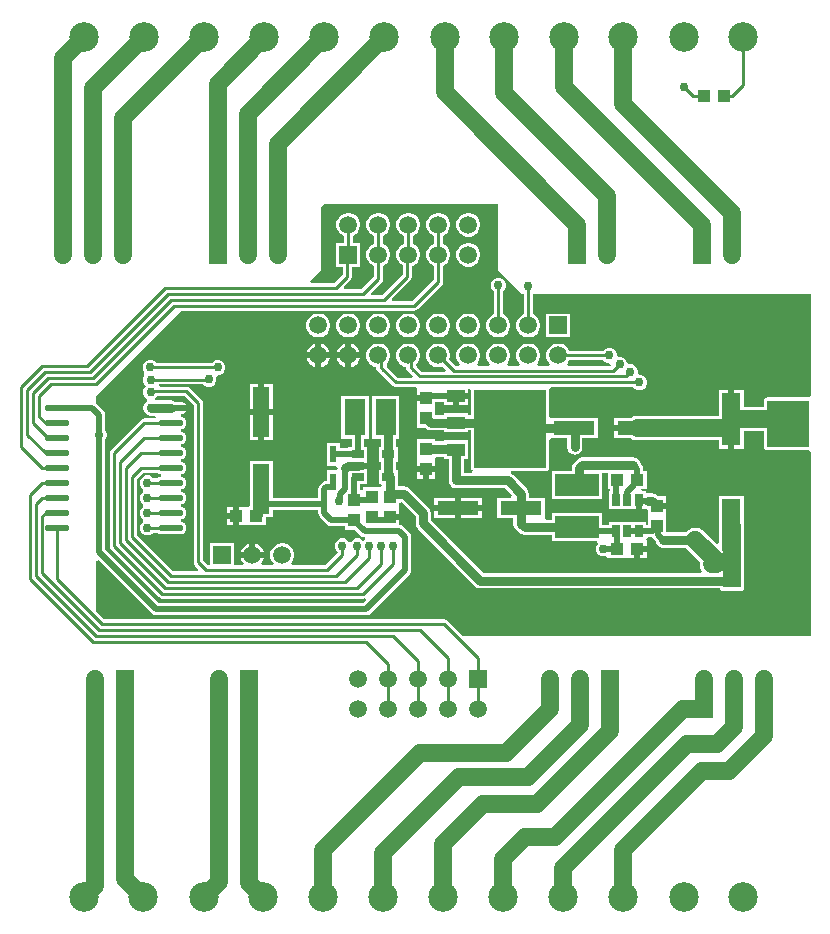
<source format=gtl>
G04*
G04 #@! TF.GenerationSoftware,Altium Limited,Altium Designer,24.5.2 (23)*
G04*
G04 Layer_Physical_Order=1*
G04 Layer_Color=255*
%FSLAX44Y44*%
%MOMM*%
G71*
G04*
G04 #@! TF.SameCoordinates,E6D3E557-3EFE-479C-B101-03A66C20DB95*
G04*
G04*
G04 #@! TF.FilePolarity,Positive*
G04*
G01*
G75*
%ADD10C,0.2540*%
%ADD18R,1.1000X1.0000*%
%ADD19R,1.6500X4.5000*%
%ADD20R,3.7000X1.9000*%
%ADD21R,0.7000X1.0000*%
%ADD22O,2.1000X0.5600*%
%ADD23R,1.5500X1.1000*%
%ADD24R,1.5500X1.1000*%
%ADD25R,1.5500X3.4500*%
%ADD26R,3.5000X1.2000*%
%ADD27R,1.1000X0.7000*%
%ADD28R,1.0000X1.1000*%
%ADD29R,1.8000X3.1200*%
%ADD30R,0.5500X1.4500*%
%ADD31R,1.4000X4.2000*%
%ADD50C,1.5240*%
%ADD51C,0.5080*%
%ADD52C,0.7620*%
%ADD53R,3.5560X3.9370*%
%ADD54R,6.0960X6.6040*%
%ADD55R,1.5240X4.8260*%
%ADD56R,1.5000X1.5000*%
%ADD57C,1.5000*%
%ADD58C,2.5000*%
%ADD59C,0.7620*%
G36*
X501863Y514047D02*
X504197Y513080D01*
X505390D01*
X506478Y511714D01*
X506651Y511046D01*
X506285Y510307D01*
X470229D01*
X469387Y512338D01*
X470314Y513265D01*
X471630Y515545D01*
X500364D01*
X501863Y514047D01*
D02*
G37*
G36*
X411480Y591820D02*
X431800Y571500D01*
X432995D01*
Y554180D01*
X430715Y552864D01*
X428846Y550995D01*
X427524Y548705D01*
X426840Y546152D01*
Y543508D01*
X427524Y540955D01*
X428846Y538665D01*
X430715Y536796D01*
X433005Y535474D01*
X435558Y534790D01*
X438202D01*
X440755Y535474D01*
X443045Y536796D01*
X444914Y538665D01*
X446236Y540955D01*
X446920Y543508D01*
Y546152D01*
X446236Y548705D01*
X444914Y550995D01*
X443045Y552864D01*
X440765Y554180D01*
Y571500D01*
X676115D01*
X676115Y485476D01*
X674547Y484078D01*
X674083Y483920D01*
X638810D01*
X637819Y483723D01*
X636979Y483161D01*
X636417Y482321D01*
X636220Y481330D01*
Y475805D01*
X619690D01*
Y490597D01*
X611440D01*
Y465557D01*
Y440517D01*
X619690D01*
Y455310D01*
X636220D01*
Y441960D01*
X636417Y440969D01*
X636979Y440129D01*
X637819Y439567D01*
X638810Y439370D01*
X674370D01*
X676115Y437814D01*
Y281940D01*
X381414D01*
X368507Y294847D01*
X367247Y295689D01*
X365760Y295985D01*
X77809D01*
X71120Y302674D01*
Y317500D01*
Y345620D01*
X72997Y346398D01*
X118258Y301138D01*
X119938Y300015D01*
X121920Y299620D01*
X299720D01*
X301702Y300015D01*
X303382Y301138D01*
X336403Y334157D01*
X337525Y335838D01*
X337920Y337820D01*
X337920Y337820D01*
Y365760D01*
X337525Y367742D01*
X336403Y369422D01*
X331323Y374502D01*
X329642Y375625D01*
X327660Y376020D01*
X327580D01*
Y380120D01*
X320040D01*
Y385200D01*
X327580D01*
Y389588D01*
X327580Y390700D01*
X327580Y392732D01*
Y394678D01*
X329612Y395292D01*
X341506Y383398D01*
Y377190D01*
X341998Y374712D01*
X343402Y372612D01*
X391775Y324239D01*
X393875Y322835D01*
X396353Y322342D01*
X599437D01*
X599587Y321589D01*
X600149Y320749D01*
X600989Y320187D01*
X601980Y319990D01*
X617220D01*
X618211Y320187D01*
X619051Y320749D01*
X619613Y321589D01*
X619810Y322580D01*
Y342612D01*
X619848Y342900D01*
Y355956D01*
X619810Y356244D01*
Y370840D01*
X619777Y371002D01*
Y374930D01*
X619777Y374930D01*
X619690Y375596D01*
Y400600D01*
X598110D01*
Y360714D01*
X596232Y359936D01*
X585702Y370466D01*
X583580Y372095D01*
X581108Y373119D01*
X578456Y373468D01*
X575804Y373119D01*
X573332Y372095D01*
X571210Y370466D01*
X570618Y369694D01*
X553640D01*
Y381968D01*
X553640Y383080D01*
X553640Y385112D01*
Y389500D01*
X546100D01*
Y394580D01*
X553640D01*
Y400080D01*
X547216D01*
X546478Y400818D01*
X544378Y402222D01*
X541900Y402714D01*
X538399D01*
X537811Y402597D01*
X536240Y403886D01*
Y404380D01*
X533601D01*
X532500Y406412D01*
X532544Y406480D01*
X537240D01*
Y421560D01*
X534380D01*
Y423300D01*
X533985Y425282D01*
X532863Y426963D01*
X532043Y427782D01*
X531762Y429198D01*
X530358Y431298D01*
X528258Y432702D01*
X525780Y433194D01*
X482600D01*
X480122Y432702D01*
X478022Y431298D01*
X475482Y428758D01*
X474078Y426658D01*
X473586Y424180D01*
Y422030D01*
X457070D01*
Y397950D01*
X499150D01*
Y420246D01*
X504160D01*
Y406480D01*
X506021D01*
Y404380D01*
X505160D01*
Y389300D01*
X527660D01*
Y396840D01*
X532740D01*
Y389300D01*
X536240D01*
Y389300D01*
X536528Y389536D01*
X538560Y388736D01*
X538560Y384000D01*
X538560Y381968D01*
Y376020D01*
X536240D01*
Y378380D01*
X505160D01*
Y376020D01*
X499150D01*
Y386030D01*
X457070D01*
Y380464D01*
X452294D01*
X450850Y381883D01*
Y398963D01*
X437284D01*
Y402310D01*
X436792Y404788D01*
X435388Y406888D01*
X424086Y418190D01*
X421986Y419594D01*
X422363Y421590D01*
X452120D01*
X453111Y421787D01*
X453951Y422349D01*
X454513Y423189D01*
X454710Y424180D01*
Y447870D01*
X455930Y449397D01*
X469776D01*
Y441960D01*
X469900Y441335D01*
Y440697D01*
X470144Y440108D01*
X470268Y439482D01*
X470623Y438952D01*
X470867Y438363D01*
X471318Y437912D01*
X471672Y437382D01*
X472202Y437028D01*
X472653Y436577D01*
X473242Y436333D01*
X473772Y435978D01*
X474398Y435854D01*
X474987Y435610D01*
X475625D01*
X476250Y435486D01*
X476875Y435610D01*
X477513D01*
X478102Y435854D01*
X478728Y435978D01*
X479258Y436333D01*
X479847Y436577D01*
X480298Y437028D01*
X480828Y437382D01*
X481182Y437912D01*
X481633Y438363D01*
X481877Y438952D01*
X482232Y439482D01*
X482356Y440108D01*
X482600Y440697D01*
Y441335D01*
X482724Y441960D01*
Y449397D01*
X496010D01*
Y466477D01*
X455930D01*
X454710Y468003D01*
Y490220D01*
X454624Y490653D01*
X455531Y492240D01*
X455971Y492685D01*
X525764D01*
X527263Y491187D01*
X529597Y490220D01*
X532123D01*
X534457Y491187D01*
X536243Y492973D01*
X537210Y495307D01*
Y497833D01*
X536243Y500167D01*
X534457Y501953D01*
X532123Y502920D01*
X531260D01*
X529592Y504195D01*
X529590Y504797D01*
Y506723D01*
X528623Y509057D01*
X526837Y510843D01*
X524503Y511810D01*
X521977D01*
X520700Y512663D01*
Y513073D01*
X519733Y515407D01*
X517947Y517193D01*
X515613Y518160D01*
X513687D01*
X513085Y518162D01*
X511810Y519831D01*
Y520693D01*
X510843Y523027D01*
X509057Y524813D01*
X506723Y525780D01*
X504197D01*
X501863Y524813D01*
X500364Y523315D01*
X471630D01*
X470314Y525595D01*
X468445Y527464D01*
X466155Y528786D01*
X463602Y529470D01*
X460958D01*
X458405Y528786D01*
X456115Y527464D01*
X454246Y525595D01*
X452924Y523305D01*
X452240Y520752D01*
Y518108D01*
X452924Y515555D01*
X454246Y513265D01*
X455173Y512338D01*
X454331Y510307D01*
X444829D01*
X443987Y512338D01*
X444914Y513265D01*
X446236Y515555D01*
X446920Y518108D01*
Y520752D01*
X446236Y523305D01*
X444914Y525595D01*
X443045Y527464D01*
X440755Y528786D01*
X438202Y529470D01*
X435558D01*
X433005Y528786D01*
X430715Y527464D01*
X428846Y525595D01*
X427524Y523305D01*
X426840Y520752D01*
Y518108D01*
X427524Y515555D01*
X428846Y513265D01*
X429773Y512338D01*
X428931Y510307D01*
X419429D01*
X418587Y512338D01*
X419514Y513265D01*
X420836Y515555D01*
X421520Y518108D01*
Y520752D01*
X420836Y523305D01*
X419514Y525595D01*
X417645Y527464D01*
X415355Y528786D01*
X412802Y529470D01*
X410158D01*
X407605Y528786D01*
X405315Y527464D01*
X403446Y525595D01*
X402124Y523305D01*
X401440Y520752D01*
Y518108D01*
X402124Y515555D01*
X403446Y513265D01*
X404373Y512338D01*
X403531Y510307D01*
X394029D01*
X393187Y512338D01*
X394114Y513265D01*
X395436Y515555D01*
X396120Y518108D01*
Y520752D01*
X395436Y523305D01*
X394114Y525595D01*
X392245Y527464D01*
X389955Y528786D01*
X387402Y529470D01*
X384758D01*
X382205Y528786D01*
X379915Y527464D01*
X378046Y525595D01*
X376724Y523305D01*
X376040Y520752D01*
Y518108D01*
X376724Y515555D01*
X378046Y513265D01*
X378973Y512338D01*
X378131Y510307D01*
X375297D01*
X370039Y515565D01*
X370720Y518108D01*
Y520752D01*
X370036Y523305D01*
X368714Y525595D01*
X366845Y527464D01*
X364555Y528786D01*
X362002Y529470D01*
X359358D01*
X356805Y528786D01*
X354515Y527464D01*
X352646Y525595D01*
X351324Y523305D01*
X350640Y520752D01*
Y518108D01*
X351324Y515555D01*
X352646Y513265D01*
X354515Y511396D01*
X356805Y510074D01*
X359358Y509390D01*
X362002D01*
X364545Y510071D01*
X367204Y507412D01*
X366427Y505535D01*
X347049D01*
X342672Y509912D01*
X341553Y511265D01*
X342753Y512704D01*
X343314Y513265D01*
X344636Y515555D01*
X345320Y518108D01*
Y520752D01*
X344636Y523305D01*
X343314Y525595D01*
X341445Y527464D01*
X339155Y528786D01*
X336602Y529470D01*
X333958D01*
X331405Y528786D01*
X329115Y527464D01*
X327246Y525595D01*
X325924Y523305D01*
X325240Y520752D01*
Y518108D01*
X325924Y515555D01*
X327246Y513265D01*
X329115Y511396D01*
X331405Y510074D01*
X333485Y509517D01*
X333730Y508284D01*
X334572Y507024D01*
X335953Y505643D01*
X335953Y505643D01*
X339264Y502332D01*
X338487Y500455D01*
X326729D01*
X317300Y509884D01*
X317299Y512640D01*
X317353Y512704D01*
X317914Y513265D01*
X319236Y515555D01*
X319920Y518108D01*
Y520752D01*
X319236Y523305D01*
X317914Y525595D01*
X316045Y527464D01*
X313755Y528786D01*
X311202Y529470D01*
X308558D01*
X306005Y528786D01*
X303715Y527464D01*
X301846Y525595D01*
X300524Y523305D01*
X299840Y520752D01*
Y518108D01*
X300524Y515555D01*
X301846Y513265D01*
X303715Y511396D01*
X306005Y510074D01*
X308085Y509517D01*
X308330Y508284D01*
X309172Y507024D01*
X310553Y505643D01*
X310553Y505643D01*
X322373Y493823D01*
X323633Y492981D01*
X325120Y492685D01*
X341431D01*
X342980Y491520D01*
Y486020D01*
X350520D01*
Y480940D01*
X342980D01*
Y475440D01*
X342980D01*
Y474520D01*
X342980D01*
Y458440D01*
X349404D01*
X350002Y457842D01*
X352102Y456438D01*
X354580Y455946D01*
X365630D01*
Y454380D01*
X386210D01*
Y455946D01*
X388570D01*
Y424180D01*
X388767Y423189D01*
X389329Y422349D01*
X389674Y422118D01*
X389098Y420086D01*
X382394D01*
Y431380D01*
X386210D01*
Y447460D01*
X365630D01*
Y446774D01*
X358060D01*
Y448340D01*
X342980D01*
Y433372D01*
X342980Y432260D01*
X342980Y430228D01*
Y425840D01*
X350520D01*
X358060D01*
Y430228D01*
X358060Y431340D01*
Y432389D01*
X359497Y433826D01*
X365630D01*
Y431380D01*
X369446D01*
Y413612D01*
X369938Y411134D01*
X371342Y409034D01*
X373442Y407630D01*
X375920Y407138D01*
X416826D01*
X422968Y400995D01*
X422127Y398963D01*
X410770D01*
Y381883D01*
X424336D01*
Y376910D01*
X424828Y374432D01*
X426232Y372332D01*
X429152Y369412D01*
X431252Y368008D01*
X433730Y367516D01*
X457070D01*
Y361950D01*
X494876D01*
X495718Y359918D01*
X494997Y359197D01*
X494030Y356863D01*
Y354337D01*
X494997Y352003D01*
X496783Y350217D01*
X499117Y349250D01*
X501643D01*
X502128Y349451D01*
X504160Y348093D01*
Y348060D01*
X519128D01*
X520240Y348060D01*
X522272Y348060D01*
X526660D01*
Y355600D01*
X529200D01*
Y358140D01*
X537240D01*
Y361682D01*
X537240Y363140D01*
X536938Y363629D01*
X538071Y365661D01*
X541892D01*
X541899Y365662D01*
X542878Y364197D01*
X544917Y362158D01*
X545198Y360742D01*
X546602Y358642D01*
X548702Y357238D01*
X551180Y356746D01*
X570618D01*
X571210Y355974D01*
X582365Y344819D01*
X582112Y342900D01*
X582462Y340248D01*
X583485Y337776D01*
X583833Y337323D01*
X582831Y335291D01*
X399035D01*
X354454Y379872D01*
Y386080D01*
X353962Y388558D01*
X352558Y390658D01*
X336438Y406778D01*
X334338Y408182D01*
X331860Y408674D01*
X326514D01*
Y416362D01*
X326390Y416987D01*
Y422712D01*
X324824D01*
Y429631D01*
X326390D01*
Y441711D01*
X324824D01*
Y449001D01*
X327660D01*
Y485281D01*
X304580D01*
Y449001D01*
X311876D01*
Y441711D01*
X310310D01*
Y429631D01*
X311876D01*
Y422712D01*
X310310D01*
Y410632D01*
X312227D01*
X312650Y409604D01*
X311310Y407700D01*
X297260D01*
Y407126D01*
X297100Y405160D01*
X294739D01*
Y410632D01*
X300510D01*
Y420152D01*
Y423652D01*
X292470D01*
Y428732D01*
X300510D01*
Y429651D01*
Y441731D01*
X297649D01*
Y449001D01*
X301600D01*
Y485281D01*
X278520D01*
Y449001D01*
X287290D01*
Y441731D01*
X284430D01*
Y440871D01*
X277070D01*
Y445720D01*
X266490D01*
Y426140D01*
X274254D01*
X275543Y424569D01*
X275466Y424180D01*
X275543Y423791D01*
X274254Y422220D01*
X266490D01*
Y413179D01*
X265908D01*
X263926Y412785D01*
X262246Y411662D01*
X260497Y409913D01*
X259375Y408233D01*
X258981Y406251D01*
Y398880D01*
X220360D01*
Y429940D01*
X201280D01*
Y392517D01*
X199843Y391080D01*
X198580D01*
X196548Y391080D01*
X192160D01*
Y383540D01*
Y376000D01*
X196548D01*
X197660Y376000D01*
X199692Y376000D01*
X214660D01*
Y382860D01*
X220360D01*
Y388521D01*
X258981D01*
Y386080D01*
X259375Y384098D01*
X260497Y382417D01*
X266458Y376458D01*
X266458Y376457D01*
X268138Y375335D01*
X270120Y374940D01*
X270120Y374940D01*
X282020D01*
Y372080D01*
X289775D01*
X294678Y367178D01*
X296358Y366055D01*
X298340Y365661D01*
X298513D01*
X298917Y363629D01*
X298663Y363523D01*
X297180Y362040D01*
X295697Y363523D01*
X293363Y364490D01*
X290837D01*
X288503Y363523D01*
X286905Y361925D01*
X285750Y361823D01*
X284595Y361925D01*
X282997Y363523D01*
X280663Y364490D01*
X278137D01*
X275803Y363523D01*
X274017Y361737D01*
X273050Y359403D01*
Y356877D01*
X274017Y354543D01*
X275515Y353044D01*
Y352129D01*
X265091Y341705D01*
X236857D01*
X236015Y343737D01*
X236634Y344355D01*
X237956Y346645D01*
X238640Y349198D01*
Y351842D01*
X237956Y354395D01*
X236634Y356685D01*
X234765Y358554D01*
X232475Y359876D01*
X229922Y360560D01*
X227278D01*
X224725Y359876D01*
X222435Y358554D01*
X220566Y356685D01*
X219244Y354395D01*
X218560Y351842D01*
Y349198D01*
X219244Y346645D01*
X220566Y344355D01*
X221185Y343737D01*
X220343Y341705D01*
X211457D01*
X210615Y343737D01*
X211234Y344355D01*
X212556Y346645D01*
X212914Y347980D01*
X193486D01*
X193844Y346645D01*
X195166Y344355D01*
X195785Y343737D01*
X194943Y341705D01*
X187840D01*
Y360560D01*
X167760D01*
Y341705D01*
X165439D01*
X161365Y345779D01*
Y478790D01*
X161069Y480277D01*
X160227Y481537D01*
X150067Y491697D01*
X148807Y492539D01*
X147320Y492835D01*
X125257D01*
X124171Y494867D01*
X124308Y495071D01*
X161429D01*
X162773Y493727D01*
X165107Y492760D01*
X167633D01*
X169967Y493727D01*
X171753Y495513D01*
X172720Y497847D01*
Y500373D01*
X172461Y500998D01*
X173864Y502920D01*
X175253D01*
X177587Y503887D01*
X179373Y505673D01*
X180340Y508007D01*
Y510533D01*
X179373Y512867D01*
X177587Y514653D01*
X175253Y515620D01*
X172727D01*
X170393Y514653D01*
X168894Y513155D01*
X121936D01*
X120437Y514653D01*
X118103Y515620D01*
X115577D01*
X113243Y514653D01*
X111457Y512867D01*
X110490Y510533D01*
Y508007D01*
X111457Y505673D01*
X111812Y505317D01*
X111813Y502447D01*
X111765Y502399D01*
X110798Y500065D01*
Y497539D01*
X111765Y495205D01*
X113248Y493722D01*
X111765Y492239D01*
X110798Y489905D01*
Y487379D01*
X111765Y485045D01*
X113551Y483259D01*
X114282Y482956D01*
X114460Y482042D01*
X114332Y480736D01*
X112570Y479558D01*
X111167Y477458D01*
X110674Y474980D01*
X111167Y472502D01*
X112570Y470402D01*
X114670Y468998D01*
X117148Y468506D01*
X120421D01*
X121444Y466474D01*
X121215Y466165D01*
X111760D01*
X110273Y465869D01*
X109013Y465027D01*
X83613Y439627D01*
X82771Y438367D01*
X82475Y436880D01*
Y358140D01*
X82771Y356653D01*
X83613Y355393D01*
X124253Y314753D01*
X125513Y313911D01*
X127000Y313615D01*
X297180D01*
X298667Y313911D01*
X299859Y312264D01*
X297575Y309979D01*
X124065D01*
X78840Y355205D01*
Y448319D01*
X79043Y448523D01*
X80010Y450857D01*
Y453383D01*
X79043Y455717D01*
X78840Y455921D01*
Y468630D01*
X78445Y470612D01*
X77323Y472293D01*
X71120Y478495D01*
Y485140D01*
X143435Y557455D01*
X340360Y557455D01*
X341847Y557751D01*
X343107Y558593D01*
X363427Y578913D01*
X364269Y580173D01*
X364565Y581660D01*
Y595246D01*
X366845Y596562D01*
X368714Y598432D01*
X370036Y600721D01*
X370720Y603274D01*
Y605918D01*
X370036Y608471D01*
X368714Y610761D01*
X366845Y612630D01*
X364565Y613947D01*
Y620646D01*
X366845Y621962D01*
X368714Y623831D01*
X370036Y626121D01*
X370720Y628674D01*
Y631318D01*
X370036Y633871D01*
X368714Y636161D01*
X366845Y638030D01*
X364555Y639352D01*
X362002Y640036D01*
X359358D01*
X356805Y639352D01*
X354515Y638030D01*
X352646Y636161D01*
X351324Y633871D01*
X350640Y631318D01*
Y628674D01*
X351324Y626121D01*
X352646Y623831D01*
X354515Y621962D01*
X356795Y620646D01*
Y613947D01*
X354515Y612630D01*
X352646Y610761D01*
X351324Y608471D01*
X350640Y605918D01*
Y603274D01*
X351324Y600721D01*
X352646Y598432D01*
X354515Y596562D01*
X356795Y595246D01*
Y583269D01*
X338751Y565225D01*
X321913D01*
X321136Y567102D01*
X337068Y583035D01*
X337910Y584295D01*
X338206Y585782D01*
Y594986D01*
X339155Y595240D01*
X341445Y596562D01*
X343314Y598432D01*
X344636Y600721D01*
X345320Y603274D01*
Y605918D01*
X344636Y608471D01*
X343314Y610761D01*
X341445Y612630D01*
X339165Y613947D01*
Y620646D01*
X341445Y621962D01*
X343314Y623831D01*
X344636Y626121D01*
X345320Y628674D01*
Y631318D01*
X344636Y633871D01*
X343314Y636161D01*
X341445Y638030D01*
X339155Y639352D01*
X336602Y640036D01*
X333958D01*
X331405Y639352D01*
X329115Y638030D01*
X327246Y636161D01*
X325924Y633871D01*
X325240Y631318D01*
Y628674D01*
X325924Y626121D01*
X327246Y623831D01*
X329115Y621962D01*
X331395Y620646D01*
Y613947D01*
X329115Y612630D01*
X327246Y610761D01*
X325924Y608471D01*
X325240Y605918D01*
Y603274D01*
X325924Y600721D01*
X327246Y598432D01*
X329115Y596562D01*
X330437Y595799D01*
Y587391D01*
X313351Y570305D01*
X304133D01*
X303356Y572182D01*
X312627Y581453D01*
X313469Y582713D01*
X313765Y584200D01*
Y595246D01*
X316045Y596562D01*
X317914Y598432D01*
X319236Y600721D01*
X319920Y603274D01*
Y605918D01*
X319236Y608471D01*
X317914Y610761D01*
X316045Y612630D01*
X313765Y613947D01*
Y620646D01*
X316045Y621962D01*
X317914Y623831D01*
X319236Y626121D01*
X319920Y628674D01*
Y631318D01*
X319236Y633871D01*
X317914Y636161D01*
X316045Y638030D01*
X313755Y639352D01*
X311202Y640036D01*
X308558D01*
X306005Y639352D01*
X303715Y638030D01*
X301846Y636161D01*
X300524Y633871D01*
X299840Y631318D01*
Y628674D01*
X300524Y626121D01*
X301846Y623831D01*
X303715Y621962D01*
X305995Y620646D01*
Y613947D01*
X303715Y612630D01*
X301846Y610761D01*
X300524Y608471D01*
X299840Y605918D01*
Y603274D01*
X300524Y600721D01*
X301846Y598432D01*
X303715Y596562D01*
X305995Y595246D01*
Y585809D01*
X295571Y575385D01*
X281273D01*
X280496Y577262D01*
X286268Y583035D01*
X287111Y584295D01*
X287406Y585782D01*
Y594556D01*
X294520D01*
Y614636D01*
X288365D01*
Y620646D01*
X290645Y621962D01*
X292514Y623831D01*
X293836Y626121D01*
X294520Y628674D01*
Y631318D01*
X293836Y633871D01*
X292514Y636161D01*
X290645Y638030D01*
X288355Y639352D01*
X285802Y640036D01*
X283158D01*
X280605Y639352D01*
X278315Y638030D01*
X276446Y636161D01*
X275124Y633871D01*
X274440Y631318D01*
Y628674D01*
X275124Y626121D01*
X276446Y623831D01*
X278315Y621962D01*
X280595Y620646D01*
Y614636D01*
X274440D01*
Y594556D01*
X279637D01*
Y587391D01*
X272711Y580465D01*
X252920D01*
X252142Y582342D01*
X261620Y591820D01*
Y645160D01*
X264160Y647700D01*
X411480D01*
Y591820D01*
D02*
G37*
G36*
X387111Y490776D02*
X388570Y489363D01*
Y468894D01*
X386210D01*
Y470460D01*
X365630D01*
Y468894D01*
X358060D01*
Y474520D01*
X358060D01*
Y475440D01*
X358060D01*
Y480240D01*
X365630D01*
Y477380D01*
X373380D01*
Y485420D01*
X375920D01*
Y487960D01*
X386210D01*
Y490838D01*
X386644Y490954D01*
X387111Y490776D01*
D02*
G37*
G36*
X153595Y477181D02*
Y344170D01*
X153891Y342683D01*
X154733Y341423D01*
X157654Y338502D01*
X156877Y336625D01*
X136229D01*
X105485Y367369D01*
Y414951D01*
X110829Y420295D01*
X122782D01*
X124496Y419150D01*
X125924Y418866D01*
Y416794D01*
X124496Y416510D01*
X122782Y415365D01*
X119396D01*
X117897Y416863D01*
X115563Y417830D01*
X113037D01*
X110703Y416863D01*
X108917Y415077D01*
X107950Y412743D01*
Y410217D01*
X108917Y407883D01*
X110515Y406285D01*
X110617Y405130D01*
X110515Y403975D01*
X108917Y402377D01*
X107950Y400043D01*
Y397517D01*
X108917Y395183D01*
X110515Y393585D01*
X110617Y392430D01*
X110515Y391275D01*
X108917Y389677D01*
X107950Y387343D01*
Y384817D01*
X108917Y382483D01*
X110515Y380885D01*
X110617Y379730D01*
X110515Y378575D01*
X108917Y376977D01*
X107950Y374643D01*
Y372117D01*
X108917Y369783D01*
X110703Y367997D01*
X113037Y367030D01*
X115563D01*
X117897Y367997D01*
X119396Y369495D01*
X122782D01*
X124496Y368350D01*
X126580Y367935D01*
X141980D01*
X144064Y368350D01*
X145830Y369530D01*
X147010Y371296D01*
X147425Y373380D01*
X147010Y375464D01*
X145830Y377230D01*
X144064Y378410D01*
X142636Y378694D01*
Y380766D01*
X144064Y381050D01*
X145830Y382230D01*
X147010Y383996D01*
X147425Y386080D01*
X147010Y388164D01*
X145830Y389930D01*
X144064Y391110D01*
X142636Y391394D01*
Y393466D01*
X144064Y393750D01*
X145830Y394930D01*
X147010Y396696D01*
X147425Y398780D01*
X147010Y400864D01*
X145830Y402630D01*
X144064Y403810D01*
X142636Y404094D01*
Y406166D01*
X144064Y406450D01*
X145830Y407630D01*
X147010Y409396D01*
X147425Y411480D01*
X147010Y413564D01*
X145830Y415330D01*
X144064Y416510D01*
X142636Y416794D01*
Y418866D01*
X144064Y419150D01*
X145830Y420330D01*
X147010Y422096D01*
X147425Y424180D01*
X147010Y426264D01*
X145830Y428030D01*
X144064Y429210D01*
X142636Y429494D01*
Y431566D01*
X144064Y431850D01*
X145830Y433030D01*
X147010Y434796D01*
X147425Y436880D01*
X147010Y438964D01*
X145830Y440730D01*
X144064Y441910D01*
X142636Y442194D01*
Y444266D01*
X144064Y444550D01*
X145830Y445730D01*
X147010Y447496D01*
X147425Y449580D01*
X147010Y451664D01*
X145830Y453430D01*
X144064Y454610D01*
X142636Y454894D01*
Y456966D01*
X144064Y457250D01*
X145830Y458430D01*
X147010Y460196D01*
X147425Y462280D01*
X147010Y464364D01*
X145830Y466130D01*
X144064Y467310D01*
X142636Y467594D01*
Y469666D01*
X144064Y469950D01*
X145830Y471130D01*
X146705Y472440D01*
X134280D01*
Y477520D01*
X146705D01*
X145830Y478830D01*
X144064Y480010D01*
X141980Y480425D01*
X137561D01*
X136758Y480962D01*
X134280Y481454D01*
X121596D01*
X121143Y482415D01*
X120973Y483486D01*
X122531Y485045D01*
X122540Y485065D01*
X145711D01*
X153595Y477181D01*
D02*
G37*
%LPC*%
G36*
X387402Y640036D02*
X384758D01*
X382205Y639352D01*
X379915Y638030D01*
X378046Y636161D01*
X376724Y633871D01*
X376040Y631318D01*
Y628674D01*
X376724Y626121D01*
X378046Y623831D01*
X379915Y621962D01*
X382205Y620640D01*
X384758Y619956D01*
X387402D01*
X389955Y620640D01*
X392245Y621962D01*
X394114Y623831D01*
X395436Y626121D01*
X396120Y628674D01*
Y631318D01*
X395436Y633871D01*
X394114Y636161D01*
X392245Y638030D01*
X389955Y639352D01*
X387402Y640036D01*
D02*
G37*
G36*
Y614636D02*
X384758D01*
X382205Y613952D01*
X379915Y612630D01*
X378046Y610761D01*
X376724Y608471D01*
X376040Y605918D01*
Y603274D01*
X376724Y600721D01*
X378046Y598432D01*
X379915Y596562D01*
X382205Y595240D01*
X384758Y594556D01*
X387402D01*
X389955Y595240D01*
X392245Y596562D01*
X394114Y598432D01*
X395436Y600721D01*
X396120Y603274D01*
Y605918D01*
X395436Y608471D01*
X394114Y610761D01*
X392245Y612630D01*
X389955Y613952D01*
X387402Y614636D01*
D02*
G37*
G36*
X472320Y554870D02*
X452240D01*
Y534790D01*
X472320D01*
Y554870D01*
D02*
G37*
G36*
X412859Y585197D02*
X410333D01*
X407999Y584231D01*
X406213Y582444D01*
X405246Y580111D01*
Y577584D01*
X406213Y575251D01*
X407653Y573810D01*
Y554199D01*
X407605Y554186D01*
X405315Y552864D01*
X403446Y550995D01*
X402124Y548705D01*
X401440Y546152D01*
Y543508D01*
X402124Y540955D01*
X403446Y538665D01*
X405315Y536796D01*
X407605Y535474D01*
X410158Y534790D01*
X412802D01*
X415355Y535474D01*
X417645Y536796D01*
X419514Y538665D01*
X420836Y540955D01*
X421520Y543508D01*
Y546152D01*
X420836Y548705D01*
X419514Y550995D01*
X417645Y552864D01*
X415423Y554147D01*
Y573694D01*
X416979Y575251D01*
X417946Y577584D01*
Y580111D01*
X416979Y582444D01*
X415193Y584231D01*
X412859Y585197D01*
D02*
G37*
G36*
X387402Y554870D02*
X384758D01*
X382205Y554186D01*
X379915Y552864D01*
X378046Y550995D01*
X376724Y548705D01*
X376040Y546152D01*
Y543508D01*
X376724Y540955D01*
X378046Y538665D01*
X379915Y536796D01*
X382205Y535474D01*
X384758Y534790D01*
X387402D01*
X389955Y535474D01*
X392245Y536796D01*
X394114Y538665D01*
X395436Y540955D01*
X396120Y543508D01*
Y546152D01*
X395436Y548705D01*
X394114Y550995D01*
X392245Y552864D01*
X389955Y554186D01*
X387402Y554870D01*
D02*
G37*
G36*
X362002D02*
X359358D01*
X356805Y554186D01*
X354515Y552864D01*
X352646Y550995D01*
X351324Y548705D01*
X350640Y546152D01*
Y543508D01*
X351324Y540955D01*
X352646Y538665D01*
X354515Y536796D01*
X356805Y535474D01*
X359358Y534790D01*
X362002D01*
X364555Y535474D01*
X366845Y536796D01*
X368714Y538665D01*
X370036Y540955D01*
X370720Y543508D01*
Y546152D01*
X370036Y548705D01*
X368714Y550995D01*
X366845Y552864D01*
X364555Y554186D01*
X362002Y554870D01*
D02*
G37*
G36*
X336602D02*
X333958D01*
X331405Y554186D01*
X329115Y552864D01*
X327246Y550995D01*
X325924Y548705D01*
X325240Y546152D01*
Y543508D01*
X325924Y540955D01*
X327246Y538665D01*
X329115Y536796D01*
X331405Y535474D01*
X333958Y534790D01*
X336602D01*
X339155Y535474D01*
X341445Y536796D01*
X343314Y538665D01*
X344636Y540955D01*
X345320Y543508D01*
Y546152D01*
X344636Y548705D01*
X343314Y550995D01*
X341445Y552864D01*
X339155Y554186D01*
X336602Y554870D01*
D02*
G37*
G36*
X311202D02*
X308558D01*
X306005Y554186D01*
X303715Y552864D01*
X301846Y550995D01*
X300524Y548705D01*
X299840Y546152D01*
Y543508D01*
X300524Y540955D01*
X301846Y538665D01*
X303715Y536796D01*
X306005Y535474D01*
X308558Y534790D01*
X311202D01*
X313755Y535474D01*
X316045Y536796D01*
X317914Y538665D01*
X319236Y540955D01*
X319920Y543508D01*
Y546152D01*
X319236Y548705D01*
X317914Y550995D01*
X316045Y552864D01*
X313755Y554186D01*
X311202Y554870D01*
D02*
G37*
G36*
X285802D02*
X283158D01*
X280605Y554186D01*
X278315Y552864D01*
X276446Y550995D01*
X275124Y548705D01*
X274440Y546152D01*
Y543508D01*
X275124Y540955D01*
X276446Y538665D01*
X278315Y536796D01*
X280605Y535474D01*
X283158Y534790D01*
X285802D01*
X288355Y535474D01*
X290645Y536796D01*
X292514Y538665D01*
X293836Y540955D01*
X294520Y543508D01*
Y546152D01*
X293836Y548705D01*
X292514Y550995D01*
X290645Y552864D01*
X288355Y554186D01*
X285802Y554870D01*
D02*
G37*
G36*
X260402D02*
X257758D01*
X255205Y554186D01*
X252915Y552864D01*
X251046Y550995D01*
X249724Y548705D01*
X249040Y546152D01*
Y543508D01*
X249724Y540955D01*
X251046Y538665D01*
X252915Y536796D01*
X255205Y535474D01*
X257758Y534790D01*
X260402D01*
X262955Y535474D01*
X265245Y536796D01*
X267114Y538665D01*
X268436Y540955D01*
X269120Y543508D01*
Y546152D01*
X268436Y548705D01*
X267114Y550995D01*
X265245Y552864D01*
X262955Y554186D01*
X260402Y554870D01*
D02*
G37*
G36*
X261620Y529144D02*
Y521970D01*
X268794D01*
X268436Y523305D01*
X267114Y525595D01*
X265245Y527464D01*
X262955Y528786D01*
X261620Y529144D01*
D02*
G37*
G36*
X287020D02*
Y521970D01*
X294194D01*
X293836Y523305D01*
X292514Y525595D01*
X290645Y527464D01*
X288355Y528786D01*
X287020Y529144D01*
D02*
G37*
G36*
X256540D02*
X255205Y528786D01*
X252915Y527464D01*
X251046Y525595D01*
X249724Y523305D01*
X249366Y521970D01*
X256540D01*
Y529144D01*
D02*
G37*
G36*
X281940D02*
X280605Y528786D01*
X278315Y527464D01*
X276446Y525595D01*
X275124Y523305D01*
X274766Y521970D01*
X281940D01*
Y529144D01*
D02*
G37*
G36*
X294194Y516890D02*
X287020D01*
Y509716D01*
X288355Y510074D01*
X290645Y511396D01*
X292514Y513265D01*
X293836Y515555D01*
X294194Y516890D01*
D02*
G37*
G36*
X268794D02*
X261620D01*
Y509716D01*
X262955Y510074D01*
X265245Y511396D01*
X267114Y513265D01*
X268436Y515555D01*
X268794Y516890D01*
D02*
G37*
G36*
X281940D02*
X274766D01*
X275124Y515555D01*
X276446Y513265D01*
X278315Y511396D01*
X280605Y510074D01*
X281940Y509716D01*
Y516890D01*
D02*
G37*
G36*
X256540D02*
X249366D01*
X249724Y515555D01*
X251046Y513265D01*
X252915Y511396D01*
X255205Y510074D01*
X256540Y509716D01*
Y516890D01*
D02*
G37*
G36*
X220360Y495284D02*
X213360D01*
Y474284D01*
X220360D01*
Y495284D01*
D02*
G37*
G36*
X208280D02*
X201280D01*
Y474284D01*
X208280D01*
Y495284D01*
D02*
G37*
G36*
X220360Y469204D02*
X213360D01*
Y448204D01*
X220360D01*
Y469204D01*
D02*
G37*
G36*
X208280D02*
X201280D01*
Y448204D01*
X208280D01*
Y469204D01*
D02*
G37*
G36*
X606360Y490597D02*
X598110D01*
Y468184D01*
X529371D01*
X526719Y467835D01*
X524247Y466811D01*
X523811Y466477D01*
X509331D01*
Y460477D01*
X529371D01*
Y455397D01*
X509331D01*
Y449397D01*
X523811D01*
X524247Y449062D01*
X526719Y448038D01*
X529371Y447689D01*
X598110D01*
Y440517D01*
X606360D01*
Y465557D01*
Y490597D01*
D02*
G37*
G36*
X358060Y420760D02*
X353060D01*
Y415260D01*
X358060D01*
Y420760D01*
D02*
G37*
G36*
X347980D02*
X342980D01*
Y415260D01*
X347980D01*
Y420760D01*
D02*
G37*
G36*
X397449Y398963D02*
X379949D01*
Y392963D01*
X397449D01*
Y398963D01*
D02*
G37*
G36*
X374869D02*
X357369D01*
Y392963D01*
X374869D01*
Y398963D01*
D02*
G37*
G36*
X187080Y391080D02*
X181580D01*
Y386080D01*
X187080D01*
Y391080D01*
D02*
G37*
G36*
X397449Y387883D02*
X379949D01*
Y381883D01*
X397449D01*
Y387883D01*
D02*
G37*
G36*
X374869D02*
X357369D01*
Y381883D01*
X374869D01*
Y387883D01*
D02*
G37*
G36*
X187080Y381000D02*
X181580D01*
Y376000D01*
X187080D01*
Y381000D01*
D02*
G37*
G36*
X205740Y360234D02*
Y353060D01*
X212914D01*
X212556Y354395D01*
X211234Y356685D01*
X209365Y358554D01*
X207075Y359876D01*
X205740Y360234D01*
D02*
G37*
G36*
X200660D02*
X199325Y359876D01*
X197035Y358554D01*
X195166Y356685D01*
X193844Y354395D01*
X193486Y353060D01*
X200660D01*
Y360234D01*
D02*
G37*
G36*
X537240Y353060D02*
X531740D01*
Y348060D01*
X537240D01*
Y353060D01*
D02*
G37*
G36*
X386210Y482880D02*
X378460D01*
Y477380D01*
X386210D01*
Y482880D01*
D02*
G37*
%LPD*%
D10*
X325120Y496570D02*
X530860D01*
X618852Y748392D02*
Y789051D01*
X609600Y739140D02*
X618852Y748392D01*
X602860Y739140D02*
X609600D01*
X576508D02*
X585860D01*
X568960Y746688D02*
X576508Y739140D01*
X63500Y510540D02*
X129540Y576580D01*
X7620Y492760D02*
X25400Y510540D01*
X63500D01*
X27940Y505460D02*
X66040D01*
X12700Y490220D02*
X27940Y505460D01*
X66040D02*
X132080Y571500D01*
X17780Y487680D02*
X30480Y500380D01*
X68580D02*
X134620Y566420D01*
X30480Y500380D02*
X68580D01*
X22860Y485140D02*
X33020Y495300D01*
X71120D01*
X137160Y561340D01*
X129540Y576580D02*
X274320Y576580D01*
X132080Y571500D02*
X297180Y571500D01*
X147320Y488950D02*
X157480Y478790D01*
Y344170D02*
X163830Y337820D01*
X157480Y344170D02*
Y478790D01*
X117456Y488950D02*
X147320D01*
X117148Y488642D02*
X117456Y488950D01*
X166216Y498956D02*
X166370Y499110D01*
X117148Y498802D02*
X117302Y498956D01*
X166216D01*
X114300Y373380D02*
X134280D01*
X313300Y508390D02*
X325120Y496570D01*
X508962Y506422D02*
X514350Y511810D01*
X373688Y506422D02*
X508962D01*
X519430Y501650D02*
X523240Y505460D01*
X345440Y501650D02*
X519430D01*
X338700Y508390D02*
X345440Y501650D01*
X462280Y519430D02*
X505460D01*
X360680D02*
X373688Y506422D01*
X337319Y509771D02*
Y517391D01*
Y509771D02*
X338700Y508390D01*
X335280Y519430D02*
X337319Y517391D01*
X311919Y509771D02*
Y517391D01*
Y509771D02*
X313300Y508390D01*
X309880Y519430D02*
X311919Y517391D01*
X436880Y544830D02*
Y577850D01*
X411538Y544888D02*
Y578790D01*
X411596Y578848D01*
X411480Y544830D02*
X411538Y544888D01*
X266700Y337820D02*
X279400Y350520D01*
X163830Y337820D02*
X266700D01*
X279400Y350520D02*
Y358140D01*
X116840Y509270D02*
X173990D01*
X86360Y358140D02*
Y436880D01*
Y358140D02*
X127000Y317500D01*
X91440Y360680D02*
Y429260D01*
Y360680D02*
X129540Y322580D01*
X127000Y317500D02*
X297180D01*
X129540Y322580D02*
X292100D01*
X134620Y332740D02*
X274320D01*
X292100Y350520D01*
X101600Y365760D02*
X134620Y332740D01*
X96520Y363220D02*
X132080Y327660D01*
X281940D02*
X302260Y347980D01*
X132080Y327660D02*
X281940D01*
X292100Y322580D02*
X312420Y342900D01*
X297180Y317500D02*
X322580Y342900D01*
X292100Y350520D02*
Y358140D01*
X302260Y347980D02*
Y358140D01*
X312420Y342900D02*
Y358140D01*
X322580Y342900D02*
Y358003D01*
X322670Y358093D01*
X96520Y424180D02*
X109220Y436880D01*
X134280D01*
X96520Y363220D02*
Y424180D01*
X101600Y365760D02*
Y416560D01*
X91440Y429260D02*
X111760Y449580D01*
X86360Y436880D02*
X111760Y462280D01*
X134280D01*
X111760Y449580D02*
X134280D01*
X109220Y424180D02*
X134280D01*
X101600Y416560D02*
X109220Y424180D01*
X114300Y386080D02*
X134280D01*
X114300Y398780D02*
X134280D01*
X114300Y411480D02*
X134280D01*
X137160Y561340D02*
X340360Y561340D01*
X22860Y467360D02*
Y485140D01*
X134620Y566420D02*
X314960Y566420D01*
X17780Y462280D02*
Y487680D01*
X314960Y566420D02*
X334322Y585782D01*
X340360Y561340D02*
X360680Y581660D01*
X22860Y467360D02*
X27467Y462753D01*
X12700Y452120D02*
Y490220D01*
X7620Y441960D02*
Y492760D01*
X360680Y581660D02*
Y604596D01*
X334322Y585782D02*
Y603638D01*
X309880Y584200D02*
Y604596D01*
X297180Y571500D02*
X309880Y584200D01*
X283521Y585782D02*
Y603638D01*
X274320Y576580D02*
X283521Y585782D01*
Y603638D02*
X284480Y604596D01*
X25400Y424180D02*
X38278D01*
X7620Y441960D02*
X25400Y424180D01*
X284480Y604596D02*
Y629996D01*
X335280Y604596D02*
Y629996D01*
X360680Y604596D02*
Y629996D01*
X309880Y604596D02*
Y629996D01*
X17780Y462280D02*
X30480Y449580D01*
X37805Y437353D02*
X38278Y436880D01*
X27467Y437353D02*
X37805D01*
X12700Y452120D02*
X27467Y437353D01*
X30480Y449580D02*
X38278D01*
X334322Y603638D02*
X335280Y604596D01*
X27467Y462753D02*
X37805D01*
X38278Y462280D01*
X15240Y330200D02*
X68580Y276860D01*
X299720D02*
X318516Y258064D01*
X68580Y276860D02*
X299720D01*
X71120Y281940D02*
X322580D01*
X343916Y260604D01*
X20320Y332740D02*
X71120Y281940D01*
X25400Y335280D02*
X73660Y287020D01*
X345440D01*
X369316Y263144D01*
X76200Y292100D02*
X365760D01*
X394716Y263144D01*
X38100Y330200D02*
X76200Y292100D01*
X394716Y245440D02*
Y263144D01*
X318516Y220040D02*
Y245440D01*
Y258064D01*
X20320Y332740D02*
Y393700D01*
X25400Y335280D02*
Y383540D01*
X38100Y330200D02*
Y373202D01*
X15240Y330200D02*
Y401320D01*
X20320Y393700D02*
X25400Y398780D01*
X15240Y401320D02*
X25400Y411480D01*
X38278D01*
X25400Y398780D02*
X38278D01*
X343916Y245440D02*
Y260604D01*
Y220040D02*
Y245440D01*
X369316Y220040D02*
Y245440D01*
Y263144D01*
X25400Y383540D02*
X27467Y385607D01*
X37805D02*
X38278Y386080D01*
X27467Y385607D02*
X37805D01*
X38100Y373202D02*
X38278Y373380D01*
X394716Y220040D02*
Y245440D01*
D18*
X602860Y739140D02*
D03*
X585860D02*
D03*
X529200Y414020D02*
D03*
X512200D02*
D03*
X529200Y355600D02*
D03*
X512200D02*
D03*
X189620Y383540D02*
D03*
X206620D02*
D03*
D19*
X608900Y465557D02*
D03*
Y375560D02*
D03*
D20*
X478110Y373990D02*
D03*
Y409990D02*
D03*
D21*
X511200Y370840D02*
D03*
X520700D02*
D03*
X530200D02*
D03*
X511200Y396840D02*
D03*
X520700D02*
D03*
X530200D02*
D03*
D22*
X38278Y474980D02*
D03*
Y462280D02*
D03*
Y449580D02*
D03*
Y436880D02*
D03*
Y424180D02*
D03*
Y411480D02*
D03*
Y398780D02*
D03*
Y386080D02*
D03*
Y373380D02*
D03*
X134280Y474980D02*
D03*
Y462280D02*
D03*
Y449580D02*
D03*
Y436880D02*
D03*
Y424180D02*
D03*
Y411480D02*
D03*
Y398780D02*
D03*
Y386080D02*
D03*
Y373380D02*
D03*
D23*
X375920Y485420D02*
D03*
D24*
Y462420D02*
D03*
Y439420D02*
D03*
D25*
X443420Y462420D02*
D03*
D26*
X377409Y390423D02*
D03*
X430810D02*
D03*
X475970Y457937D02*
D03*
X529371D02*
D03*
D27*
X318350Y435671D02*
D03*
Y416672D02*
D03*
X292470D02*
D03*
Y426192D02*
D03*
Y435691D02*
D03*
D28*
X320040Y382660D02*
D03*
Y399660D02*
D03*
X304800Y382660D02*
D03*
Y399660D02*
D03*
X289560Y397120D02*
D03*
Y380120D02*
D03*
X350520Y483480D02*
D03*
Y466480D02*
D03*
X546100Y375040D02*
D03*
Y392040D02*
D03*
X350520Y440300D02*
D03*
Y423300D02*
D03*
D29*
X316120Y467141D02*
D03*
X290060D02*
D03*
D30*
X271780Y435930D02*
D03*
Y412430D02*
D03*
D31*
X210820Y406400D02*
D03*
Y471744D02*
D03*
D50*
X517398Y60960D02*
Y100838D01*
X583882Y167323D02*
X606743D01*
X517398Y100838D02*
X583882Y167323D01*
X606743D02*
X636524Y197104D01*
Y220040D01*
X597125Y344551D02*
X609600D01*
X608270Y457937D02*
X608900Y458567D01*
Y465557D01*
X529371Y457937D02*
X608270D01*
X608900Y465557D02*
X645897D01*
X646430Y466090D01*
X656441Y455966D02*
Y456079D01*
X646430Y466090D02*
X656441Y456079D01*
X592360Y342900D02*
X595474D01*
X597125Y344551D01*
X609600D02*
Y355956D01*
Y342900D02*
Y344551D01*
X578456Y363220D02*
X597125Y344551D01*
X609530Y356026D02*
Y374930D01*
Y356026D02*
X609600Y355956D01*
X608900Y375560D02*
X609530Y374930D01*
X416414Y741826D02*
Y789051D01*
X503936Y604596D02*
Y629996D01*
Y654304D01*
X416414Y741826D02*
X503936Y654304D01*
X467252Y746944D02*
Y789051D01*
Y746944D02*
X584200Y629996D01*
X517252Y732428D02*
X609600Y640080D01*
Y604596D02*
Y640080D01*
X517252Y732428D02*
Y789051D01*
X366414Y742118D02*
Y789051D01*
X478536Y604596D02*
Y629996D01*
X366414Y742118D02*
X478536Y629996D01*
X313944Y98044D02*
X378460Y162560D01*
X436880D01*
X480568Y206248D02*
Y245440D01*
X436880Y162560D02*
X480568Y206248D01*
X345440Y182880D02*
X418008D01*
X455168Y220040D01*
X263144Y100584D02*
X345440Y182880D01*
X398780Y139700D02*
X444500D01*
X505968Y201168D01*
X364744Y105664D02*
X398780Y139700D01*
X364744Y60960D02*
Y105664D01*
X505968Y201168D02*
Y220040D01*
X568020D02*
X585724D01*
X459740Y111760D02*
X568020Y220040D01*
X434340Y111760D02*
X459740D01*
X466598Y85598D02*
X571500Y190500D01*
X466598Y60960D02*
Y85598D01*
X571500Y190500D02*
X596900D01*
X636524Y220040D02*
Y245440D01*
X596900Y190500D02*
X611124Y204724D01*
Y220040D01*
Y216835D02*
Y245440D01*
X415798Y60960D02*
Y93218D01*
X434340Y111760D01*
X585724Y220040D02*
Y245440D01*
X505968Y220040D02*
Y245440D01*
X313944Y60960D02*
Y98044D01*
X263144Y60960D02*
Y100584D01*
X455168Y220040D02*
Y245440D01*
X200406Y72752D02*
X212198Y60960D01*
X200406Y72752D02*
Y220040D01*
Y245440D01*
X162198Y60960D02*
X175006Y73768D01*
Y220040D01*
Y245440D01*
X95504Y76435D02*
X110979Y60960D01*
X95504Y76435D02*
Y220040D01*
Y245440D01*
X60979Y60960D02*
Y61439D01*
X70104Y70564D02*
Y220040D01*
X60979Y61439D02*
X70104Y70564D01*
Y220040D02*
Y245440D01*
X584200Y604596D02*
Y629996D01*
X224554Y698645D02*
X314960Y789051D01*
X224554Y629996D02*
Y698645D01*
Y604596D02*
Y629996D01*
X199154Y724045D02*
X264160Y789051D01*
X199154Y629996D02*
Y724045D01*
Y604596D02*
Y629996D01*
X173754D02*
Y749445D01*
X213360Y789051D01*
X173754Y604596D02*
Y629996D01*
X93980D02*
Y720471D01*
X162560Y789051D01*
X93980Y604596D02*
Y629996D01*
X68580Y745871D02*
X111760Y789051D01*
X68580Y629996D02*
Y745871D01*
Y604596D02*
Y629996D01*
X43180Y771271D02*
X60960Y789051D01*
X43180Y629996D02*
Y771271D01*
Y604596D02*
Y629996D01*
D51*
X500380Y355600D02*
X512200D01*
X511700Y356100D02*
Y370340D01*
Y356100D02*
X512200Y355600D01*
X511200Y370840D02*
X511700Y370340D01*
X289560Y379620D02*
X298340Y370840D01*
X327660D01*
X332740Y365760D01*
X299720Y304800D02*
X332740Y337820D01*
Y365760D01*
X121920Y304800D02*
X299720D01*
X304800Y380120D02*
X320040D01*
X208310Y393700D02*
X264160D01*
X73660Y452120D02*
Y468630D01*
X67310Y474980D02*
X73660Y468630D01*
Y353060D02*
Y452120D01*
X38278Y474980D02*
X67310D01*
X73660Y353060D02*
X121920Y304800D01*
X289560Y379620D02*
Y380120D01*
X264160Y393700D02*
Y406251D01*
Y386080D02*
Y393700D01*
X265908Y407999D02*
X271570D01*
X264160Y406251D02*
X265908Y407999D01*
X271780Y408209D02*
Y412430D01*
X264160Y386080D02*
X270120Y380120D01*
X271570Y407999D02*
X271780Y408209D01*
X276860Y396240D02*
X277088Y396468D01*
Y401793D01*
X281940Y406645D01*
Y424180D01*
X270120Y380120D02*
X289560D01*
X292470Y435691D02*
Y464731D01*
X290060Y467141D02*
X292470Y464731D01*
X271780Y435901D02*
Y435930D01*
Y435901D02*
X271990Y435691D01*
X289560Y397120D02*
X304800D01*
X304800Y397120D01*
X289560Y415712D02*
X290520Y416672D01*
X292470D01*
X289560Y397120D02*
Y415712D01*
X271990Y435691D02*
X292470D01*
X352460Y485420D02*
X375920D01*
X350520Y483480D02*
X352460Y485420D01*
X530200Y396840D02*
X530800Y396240D01*
X538399D01*
X525780Y426720D02*
X529200Y423300D01*
Y414020D02*
Y423300D01*
X520700Y396840D02*
Y403860D01*
X526240Y409400D02*
Y411560D01*
X520700Y403860D02*
X526240Y409400D01*
X528700Y414020D02*
X529200D01*
X526240Y411560D02*
X528700Y414020D01*
X511200Y396840D02*
Y413020D01*
X512200Y414020D01*
X481260Y370840D02*
X511200D01*
X478110Y373990D02*
X481260Y370840D01*
X546100Y375040D02*
X546541Y374599D01*
Y367859D02*
Y374599D01*
Y367859D02*
X551180Y363220D01*
X541892Y370840D02*
X543132Y372080D01*
X543640D02*
X546100Y374540D01*
X530200Y370840D02*
X541892D01*
X543132Y372080D02*
X543640D01*
X520700Y370840D02*
X530200D01*
D52*
X393700Y462280D02*
X443280D01*
X443420Y462420D01*
X443420Y462420D01*
X375920Y462420D02*
X393560D01*
X354580D02*
X375920D01*
X393560D02*
X393700Y462280D01*
X320040Y400160D02*
Y416362D01*
X396353Y328817D02*
X609736D01*
X117148Y474980D02*
X134280D01*
X475970Y457937D02*
X476250Y457657D01*
Y441960D02*
Y457657D01*
X347980Y377190D02*
Y386080D01*
Y377190D02*
X396353Y328817D01*
X331860Y402200D02*
X347980Y386080D01*
X323722Y402200D02*
X331860D01*
X321230Y401350D02*
X322872D01*
X320040Y399660D02*
Y400160D01*
X318350Y416672D02*
X319730D01*
X322872Y401350D02*
X323722Y402200D01*
X319730Y416672D02*
X320040Y416362D01*
Y400160D02*
X321230Y401350D01*
X208310Y384730D02*
Y393700D01*
X207120Y383540D02*
X208310Y384730D01*
X206620Y383540D02*
X207120D01*
X283952Y426192D02*
X292470D01*
X281940Y424180D02*
X283952Y426192D01*
X318350Y416672D02*
Y435671D01*
X316120Y467141D02*
X318350Y464911D01*
Y435671D02*
Y464911D01*
X350520Y465980D02*
X351710Y464790D01*
X352210D02*
X354580Y462420D01*
X350520Y465980D02*
Y466480D01*
X351710Y464790D02*
X352210D01*
X430810Y390423D02*
Y402310D01*
X419508Y413612D02*
X430810Y402310D01*
X375920Y413612D02*
X419508D01*
X375920D02*
Y439420D01*
X375040Y440300D02*
X375920Y439420D01*
X443420Y461877D02*
X447360Y457937D01*
X443420Y461877D02*
Y462420D01*
X447360Y457937D02*
X475970D01*
X350520Y440300D02*
X375040D01*
X430810Y376910D02*
X433730Y373990D01*
X478110D01*
X430810Y376910D02*
Y390423D01*
X544910Y393730D02*
X546100Y392540D01*
X544410Y393730D02*
X544910D01*
X546100Y392040D02*
Y392540D01*
X541900Y396240D02*
X544410Y393730D01*
X538399Y396240D02*
X541900D01*
X480060Y411940D02*
Y424180D01*
X478110Y409990D02*
X480060Y411940D01*
Y424180D02*
X482600Y426720D01*
X525780D01*
X551180Y363220D02*
X578456D01*
D53*
X656590Y461645D02*
D03*
D54*
X421640Y457200D02*
D03*
D55*
X609600Y346710D02*
D03*
D56*
X95504Y245440D02*
D03*
X200406D02*
D03*
X394716D02*
D03*
X505968D02*
D03*
X585724Y220040D02*
D03*
X93980Y629996D02*
D03*
X173754Y604596D02*
D03*
X284480D02*
D03*
X478536D02*
D03*
X584200D02*
D03*
X462280Y544830D02*
D03*
X177800Y350520D02*
D03*
D57*
X95504Y220040D02*
D03*
X70104Y245440D02*
D03*
Y220040D02*
D03*
X200406D02*
D03*
X175006Y245440D02*
D03*
Y220040D02*
D03*
X394716D02*
D03*
X369316Y245440D02*
D03*
Y220040D02*
D03*
X343916Y245440D02*
D03*
Y220040D02*
D03*
X318516Y245440D02*
D03*
Y220040D02*
D03*
X293116Y245440D02*
D03*
Y220040D02*
D03*
X455168D02*
D03*
Y245440D02*
D03*
X480568Y220040D02*
D03*
Y245440D02*
D03*
X505968Y220040D02*
D03*
X636524Y245440D02*
D03*
Y220040D02*
D03*
X611124Y245440D02*
D03*
Y220040D02*
D03*
X585724Y245440D02*
D03*
X43180Y604596D02*
D03*
Y629996D02*
D03*
X68580Y604596D02*
D03*
Y629996D02*
D03*
X93980Y604596D02*
D03*
X224554Y629996D02*
D03*
Y604596D02*
D03*
X199154Y629996D02*
D03*
Y604596D02*
D03*
X173754Y629996D02*
D03*
X284480D02*
D03*
X309880Y604596D02*
D03*
Y629996D02*
D03*
X335280Y604596D02*
D03*
Y629996D02*
D03*
X360680Y604596D02*
D03*
Y629996D02*
D03*
X386080Y604596D02*
D03*
Y629996D02*
D03*
X478536D02*
D03*
X503936Y604596D02*
D03*
Y629996D02*
D03*
X584200D02*
D03*
X609600Y604596D02*
D03*
Y629996D02*
D03*
X462280Y519430D02*
D03*
X436880Y544830D02*
D03*
Y519430D02*
D03*
X411480Y544830D02*
D03*
Y519430D02*
D03*
X386080Y544830D02*
D03*
Y519430D02*
D03*
X360680Y544830D02*
D03*
Y519430D02*
D03*
X335280Y544830D02*
D03*
Y519430D02*
D03*
X309880Y544830D02*
D03*
Y519430D02*
D03*
X284480Y544830D02*
D03*
Y519430D02*
D03*
X259080Y544830D02*
D03*
Y519430D02*
D03*
X203200Y350520D02*
D03*
X228600D02*
D03*
D58*
X618852Y789051D02*
D03*
X568852D02*
D03*
X416414D02*
D03*
X366414D02*
D03*
X517252D02*
D03*
X467252D02*
D03*
X213360D02*
D03*
X264160D02*
D03*
X314960D02*
D03*
X162560D02*
D03*
X111760D02*
D03*
X60960D02*
D03*
X110979Y60960D02*
D03*
X60979D02*
D03*
X212198D02*
D03*
X162198D02*
D03*
X517398D02*
D03*
X466598D02*
D03*
X415798D02*
D03*
X263144D02*
D03*
X313944D02*
D03*
X364744D02*
D03*
X618598D02*
D03*
X568598D02*
D03*
D59*
X530860Y496570D02*
D03*
X568960Y746688D02*
D03*
X93831Y314996D02*
D03*
X500380Y355600D02*
D03*
X396091Y462316D02*
D03*
X363220Y419100D02*
D03*
X386666Y368240D02*
D03*
X264160Y480060D02*
D03*
X117148Y488642D02*
D03*
Y498802D02*
D03*
X114300Y373380D02*
D03*
X117148Y474980D02*
D03*
X656441Y455966D02*
D03*
X646430Y466090D02*
D03*
X476250Y441960D02*
D03*
X73660Y452120D02*
D03*
X166370Y499110D02*
D03*
X186400Y418242D02*
D03*
X514350Y511810D02*
D03*
X523240Y505460D02*
D03*
X505460Y519430D02*
D03*
X436880Y577850D02*
D03*
X411596Y578848D02*
D03*
X173990Y509270D02*
D03*
X116840D02*
D03*
X279400Y358140D02*
D03*
X292100D02*
D03*
X312420D02*
D03*
X322670Y358093D02*
D03*
X302260Y358140D02*
D03*
X114300Y386080D02*
D03*
Y398780D02*
D03*
Y411480D02*
D03*
X276860Y396240D02*
D03*
X609736Y328817D02*
D03*
X609600Y342900D02*
D03*
M02*

</source>
